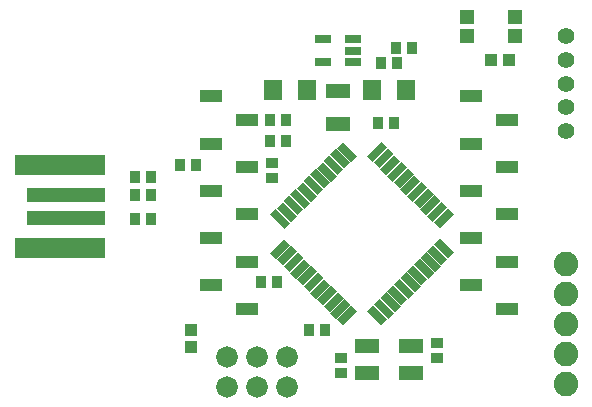
<source format=gts>
G75*
G70*
%OFA0B0*%
%FSLAX24Y24*%
%IPPOS*%
%LPD*%
%AMOC8*
5,1,8,0,0,1.08239X$1,22.5*
%
%ADD10R,0.0356X0.0434*%
%ADD11R,0.0631X0.0710*%
%ADD12R,0.0395X0.0395*%
%ADD13R,0.0671X0.0277*%
%ADD14R,0.0277X0.0671*%
%ADD15R,0.0828X0.0513*%
%ADD16R,0.0434X0.0356*%
%ADD17R,0.0789X0.0474*%
%ADD18R,0.0552X0.0297*%
%ADD19R,0.3033X0.0671*%
%ADD20R,0.2639X0.0474*%
%ADD21R,0.0749X0.0415*%
%ADD22R,0.0474X0.0474*%
%ADD23C,0.0720*%
%ADD24C,0.0820*%
%ADD25C,0.0556*%
D10*
X008744Y004500D03*
X009256Y004500D03*
X010344Y002900D03*
X010856Y002900D03*
X005056Y006600D03*
X004544Y006600D03*
X004544Y007400D03*
X005056Y007400D03*
X005056Y008000D03*
X004544Y008000D03*
X006044Y008400D03*
X006556Y008400D03*
X009044Y009200D03*
X009556Y009200D03*
X009556Y009900D03*
X009044Y009900D03*
X012644Y009800D03*
X013156Y009800D03*
X013256Y011800D03*
X012744Y011800D03*
X013244Y012300D03*
X013756Y012300D03*
D11*
X013551Y010900D03*
X012449Y010900D03*
X010251Y010900D03*
X009149Y010900D03*
D12*
X006400Y002305D03*
X006400Y002895D03*
X016405Y011900D03*
X016995Y011900D03*
D13*
G36*
X011733Y008493D02*
X011260Y008965D01*
X011455Y009161D01*
X011928Y008689D01*
X011733Y008493D01*
G37*
G36*
X011511Y008270D02*
X011038Y008742D01*
X011233Y008938D01*
X011706Y008466D01*
X011511Y008270D01*
G37*
G36*
X011288Y008047D02*
X010815Y008519D01*
X011010Y008715D01*
X011483Y008243D01*
X011288Y008047D01*
G37*
G36*
X011066Y007824D02*
X010593Y008296D01*
X010788Y008492D01*
X011261Y008020D01*
X011066Y007824D01*
G37*
G36*
X010844Y007601D02*
X010371Y008073D01*
X010566Y008269D01*
X011039Y007797D01*
X010844Y007601D01*
G37*
G36*
X010622Y007378D02*
X010149Y007850D01*
X010344Y008046D01*
X010817Y007574D01*
X010622Y007378D01*
G37*
G36*
X010399Y007155D02*
X009926Y007627D01*
X010121Y007823D01*
X010594Y007351D01*
X010399Y007155D01*
G37*
G36*
X010177Y006932D02*
X009704Y007404D01*
X009899Y007600D01*
X010372Y007128D01*
X010177Y006932D01*
G37*
G36*
X009955Y006709D02*
X009482Y007181D01*
X009677Y007377D01*
X010150Y006905D01*
X009955Y006709D01*
G37*
G36*
X009732Y006485D02*
X009259Y006957D01*
X009454Y007153D01*
X009927Y006681D01*
X009732Y006485D01*
G37*
G36*
X009510Y006262D02*
X009037Y006734D01*
X009232Y006930D01*
X009705Y006458D01*
X009510Y006262D01*
G37*
G36*
X013190Y003485D02*
X012717Y003957D01*
X012912Y004153D01*
X013385Y003681D01*
X013190Y003485D01*
G37*
G36*
X012967Y003262D02*
X012494Y003734D01*
X012689Y003930D01*
X013162Y003458D01*
X012967Y003262D01*
G37*
G36*
X012745Y003039D02*
X012272Y003511D01*
X012467Y003707D01*
X012940Y003235D01*
X012745Y003039D01*
G37*
G36*
X013412Y003708D02*
X012939Y004180D01*
X013134Y004376D01*
X013607Y003904D01*
X013412Y003708D01*
G37*
G36*
X013634Y003931D02*
X013161Y004403D01*
X013356Y004599D01*
X013829Y004127D01*
X013634Y003931D01*
G37*
G36*
X013856Y004154D02*
X013383Y004626D01*
X013578Y004822D01*
X014051Y004350D01*
X013856Y004154D01*
G37*
G36*
X014079Y004377D02*
X013606Y004849D01*
X013801Y005045D01*
X014274Y004573D01*
X014079Y004377D01*
G37*
G36*
X014301Y004600D02*
X013828Y005072D01*
X014023Y005268D01*
X014496Y004796D01*
X014301Y004600D01*
G37*
G36*
X014523Y004823D02*
X014050Y005295D01*
X014245Y005491D01*
X014718Y005019D01*
X014523Y004823D01*
G37*
G36*
X014746Y005047D02*
X014273Y005519D01*
X014468Y005715D01*
X014941Y005243D01*
X014746Y005047D01*
G37*
G36*
X014968Y005270D02*
X014495Y005742D01*
X014690Y005938D01*
X015163Y005466D01*
X014968Y005270D01*
G37*
D14*
G36*
X014689Y006272D02*
X014493Y006467D01*
X014965Y006940D01*
X015161Y006745D01*
X014689Y006272D01*
G37*
G36*
X014466Y006494D02*
X014270Y006689D01*
X014742Y007162D01*
X014938Y006967D01*
X014466Y006494D01*
G37*
G36*
X014243Y006717D02*
X014047Y006912D01*
X014519Y007385D01*
X014715Y007190D01*
X014243Y006717D01*
G37*
G36*
X014020Y006939D02*
X013824Y007134D01*
X014296Y007607D01*
X014492Y007412D01*
X014020Y006939D01*
G37*
G36*
X013797Y007161D02*
X013601Y007356D01*
X014073Y007829D01*
X014269Y007634D01*
X013797Y007161D01*
G37*
G36*
X013574Y007383D02*
X013378Y007578D01*
X013850Y008051D01*
X014046Y007856D01*
X013574Y007383D01*
G37*
G36*
X013351Y007606D02*
X013155Y007801D01*
X013627Y008274D01*
X013823Y008079D01*
X013351Y007606D01*
G37*
G36*
X013128Y007828D02*
X012932Y008023D01*
X013404Y008496D01*
X013600Y008301D01*
X013128Y007828D01*
G37*
G36*
X012905Y008050D02*
X012709Y008245D01*
X013181Y008718D01*
X013377Y008523D01*
X012905Y008050D01*
G37*
G36*
X012681Y008273D02*
X012485Y008468D01*
X012957Y008941D01*
X013153Y008746D01*
X012681Y008273D01*
G37*
G36*
X012458Y008495D02*
X012262Y008690D01*
X012734Y009163D01*
X012930Y008968D01*
X012458Y008495D01*
G37*
G36*
X009235Y005260D02*
X009039Y005455D01*
X009511Y005928D01*
X009707Y005733D01*
X009235Y005260D01*
G37*
G36*
X009458Y005038D02*
X009262Y005233D01*
X009734Y005706D01*
X009930Y005511D01*
X009458Y005038D01*
G37*
G36*
X009681Y004815D02*
X009485Y005010D01*
X009957Y005483D01*
X010153Y005288D01*
X009681Y004815D01*
G37*
G36*
X009904Y004593D02*
X009708Y004788D01*
X010180Y005261D01*
X010376Y005066D01*
X009904Y004593D01*
G37*
G36*
X010127Y004371D02*
X009931Y004566D01*
X010403Y005039D01*
X010599Y004844D01*
X010127Y004371D01*
G37*
G36*
X010350Y004149D02*
X010154Y004344D01*
X010626Y004817D01*
X010822Y004622D01*
X010350Y004149D01*
G37*
G36*
X010573Y003926D02*
X010377Y004121D01*
X010849Y004594D01*
X011045Y004399D01*
X010573Y003926D01*
G37*
G36*
X010796Y003704D02*
X010600Y003899D01*
X011072Y004372D01*
X011268Y004177D01*
X010796Y003704D01*
G37*
G36*
X011019Y003482D02*
X010823Y003677D01*
X011295Y004150D01*
X011491Y003955D01*
X011019Y003482D01*
G37*
G36*
X011243Y003259D02*
X011047Y003454D01*
X011519Y003927D01*
X011715Y003732D01*
X011243Y003259D01*
G37*
G36*
X011466Y003037D02*
X011270Y003232D01*
X011742Y003705D01*
X011938Y003510D01*
X011466Y003037D01*
G37*
D15*
X012272Y002353D03*
X012272Y001447D03*
X013728Y001447D03*
X013728Y002353D03*
D16*
X014600Y002456D03*
X014600Y001944D03*
X011400Y001956D03*
X011400Y001444D03*
X009100Y007944D03*
X009100Y008456D03*
D17*
X011300Y009749D03*
X011300Y010851D03*
D18*
X010788Y011826D03*
X011812Y011826D03*
X011812Y012200D03*
X011812Y012574D03*
X010788Y012574D03*
D19*
X002021Y008378D03*
X002021Y005622D03*
D20*
X002218Y006606D03*
X002218Y007394D03*
D21*
X007079Y007524D03*
X008260Y006737D03*
X007079Y005950D03*
X008260Y005162D03*
X007079Y004375D03*
X008260Y003587D03*
X008260Y008312D03*
X007079Y009099D03*
X008260Y009887D03*
X007079Y010674D03*
X015740Y010674D03*
X016921Y009887D03*
X015740Y009099D03*
X016921Y008312D03*
X015740Y007524D03*
X016921Y006737D03*
X015740Y005950D03*
X016921Y005162D03*
X015740Y004375D03*
X016921Y003587D03*
D22*
X017187Y012685D03*
X017187Y013315D03*
X015613Y013315D03*
X015613Y012685D03*
D23*
X009600Y002000D03*
X008600Y002000D03*
X007600Y002000D03*
X007600Y001000D03*
X008600Y001000D03*
X009600Y001000D03*
D24*
X018900Y001100D03*
X018900Y002100D03*
X018900Y003100D03*
X018900Y004100D03*
X018900Y005100D03*
D25*
X018906Y009525D03*
X018906Y010313D03*
X018906Y011100D03*
X018906Y011887D03*
X018906Y012675D03*
M02*

</source>
